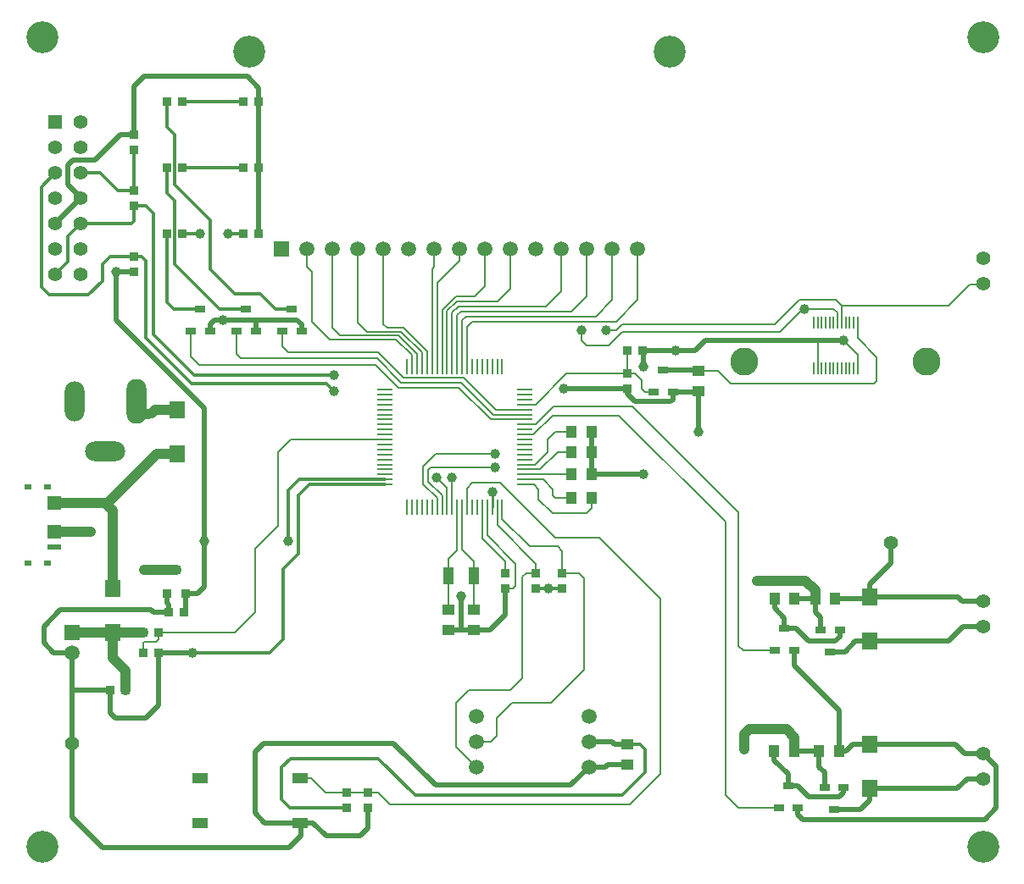
<source format=gtl>
%FSLAX25Y25*%
%MOIN*%
G70*
G01*
G75*
G04 Layer_Physical_Order=1*
G04 Layer_Color=255*
%ADD10R,0.05906X0.00984*%
%ADD11R,0.03500X0.03500*%
%ADD12R,0.03937X0.03150*%
%ADD13R,0.05118X0.03937*%
%ADD14R,0.05906X0.03937*%
%ADD15R,0.03937X0.07087*%
%ADD16R,0.03500X0.03500*%
%ADD17R,0.03937X0.05118*%
%ADD18R,0.05906X0.07087*%
%ADD19R,0.03543X0.03740*%
%ADD20R,0.03543X0.03740*%
%ADD21R,0.00984X0.05906*%
%ADD22R,0.00787X0.04724*%
%ADD23R,0.03150X0.02362*%
%ADD24R,0.05512X0.01969*%
%ADD25R,0.05512X0.05512*%
%ADD26C,0.01969*%
%ADD27C,0.01181*%
%ADD28C,0.03937*%
%ADD29C,0.00787*%
%ADD30C,0.01000*%
%ADD31C,0.05512*%
%ADD32R,0.05512X0.05512*%
%ADD33R,0.05906X0.05906*%
%ADD34C,0.05906*%
%ADD35C,0.05512*%
%ADD36C,0.11024*%
%ADD37C,0.12598*%
%ADD38R,0.05906X0.05906*%
%ADD39O,0.07874X0.15748*%
%ADD40C,0.05906*%
%ADD41O,0.15748X0.07874*%
%ADD42O,0.07874X0.17716*%
%ADD43C,0.03937*%
D10*
X142441Y-168339D02*
D03*
Y-184087D02*
D03*
Y-182118D02*
D03*
Y-170307D02*
D03*
Y-150622D02*
D03*
Y-180150D02*
D03*
Y-160465D02*
D03*
Y-176213D02*
D03*
Y-174244D02*
D03*
Y-178181D02*
D03*
Y-156528D02*
D03*
Y-154559D02*
D03*
Y-158496D02*
D03*
Y-172276D02*
D03*
Y-166370D02*
D03*
Y-164402D02*
D03*
Y-162433D02*
D03*
Y-152591D02*
D03*
Y-148654D02*
D03*
Y-146685D02*
D03*
X197559Y-146685D02*
D03*
Y-148654D02*
D03*
Y-150622D02*
D03*
Y-152591D02*
D03*
Y-154559D02*
D03*
Y-156528D02*
D03*
Y-158496D02*
D03*
Y-160465D02*
D03*
Y-162433D02*
D03*
Y-164402D02*
D03*
Y-166370D02*
D03*
Y-168339D02*
D03*
Y-170307D02*
D03*
Y-172276D02*
D03*
Y-174244D02*
D03*
Y-176213D02*
D03*
Y-178181D02*
D03*
Y-180150D02*
D03*
Y-182118D02*
D03*
Y-184087D02*
D03*
D11*
X57000Y-85386D02*
D03*
X63000D02*
D03*
X57000Y-59386D02*
D03*
X63000D02*
D03*
X57000Y-33386D02*
D03*
X63000D02*
D03*
X237819Y-131386D02*
D03*
X243819D02*
D03*
X47500Y-250386D02*
D03*
X53500D02*
D03*
X47500Y-242386D02*
D03*
X53500D02*
D03*
X57524Y-234386D02*
D03*
X63524D02*
D03*
X93000Y-33386D02*
D03*
X87000D02*
D03*
X93000Y-59386D02*
D03*
X87000D02*
D03*
X93000Y-85386D02*
D03*
X87000D02*
D03*
X34500Y-265000D02*
D03*
X40500D02*
D03*
D12*
X317685Y-249886D02*
D03*
X313945Y-241224D02*
D03*
X319185Y-311886D02*
D03*
X88000Y-115055D02*
D03*
X84260Y-123716D02*
D03*
X91740D02*
D03*
X70000Y-115055D02*
D03*
X66260Y-123716D02*
D03*
X299685Y-240831D02*
D03*
X303425Y-249492D02*
D03*
X301185Y-302831D02*
D03*
X304925Y-311492D02*
D03*
X255740Y-147716D02*
D03*
X248260D02*
D03*
X252000Y-139055D02*
D03*
X73740Y-123716D02*
D03*
X102260D02*
D03*
X106000Y-115055D02*
D03*
X109740Y-123716D02*
D03*
X322925Y-303224D02*
D03*
X315445D02*
D03*
X321425Y-241224D02*
D03*
X297445Y-311492D02*
D03*
X295945Y-249492D02*
D03*
D13*
X177528Y-241323D02*
D03*
Y-233449D02*
D03*
X167685Y-241323D02*
D03*
Y-233449D02*
D03*
X238000Y-286449D02*
D03*
Y-294323D02*
D03*
X266000Y-147323D02*
D03*
Y-139449D02*
D03*
D14*
X109185Y-317244D02*
D03*
Y-299528D02*
D03*
X69815Y-317244D02*
D03*
Y-299528D02*
D03*
D15*
X177528Y-219886D02*
D03*
X167685D02*
D03*
D16*
X127500Y-311386D02*
D03*
Y-305386D02*
D03*
X202000Y-224886D02*
D03*
X190000Y-218886D02*
D03*
Y-224886D02*
D03*
X212362D02*
D03*
X238000Y-146386D02*
D03*
Y-140386D02*
D03*
X212362Y-218886D02*
D03*
X202000D02*
D03*
X44000Y-94386D02*
D03*
Y-100386D02*
D03*
Y-68386D02*
D03*
Y-74386D02*
D03*
Y-46386D02*
D03*
Y-52386D02*
D03*
X136000Y-305386D02*
D03*
Y-311386D02*
D03*
D17*
X223937Y-189386D02*
D03*
X216063D02*
D03*
Y-180150D02*
D03*
X223937D02*
D03*
X216063Y-171386D02*
D03*
X223937D02*
D03*
X216063Y-163386D02*
D03*
X223937D02*
D03*
X295748Y-229161D02*
D03*
X303622D02*
D03*
X295673Y-289161D02*
D03*
X311748Y-229161D02*
D03*
X319622D02*
D03*
X321122Y-289161D02*
D03*
X313248D02*
D03*
X303547D02*
D03*
D18*
X35500Y-242449D02*
D03*
X61000Y-154724D02*
D03*
X333185Y-228500D02*
D03*
Y-245823D02*
D03*
Y-286500D02*
D03*
Y-303823D02*
D03*
X61000Y-172047D02*
D03*
X35500Y-225126D02*
D03*
D19*
X64240Y-227012D02*
D03*
D20*
X56760Y-227012D02*
D03*
X60500Y-217760D02*
D03*
D21*
X151299Y-192945D02*
D03*
X153268D02*
D03*
X155236D02*
D03*
X157205D02*
D03*
X159173D02*
D03*
X161142D02*
D03*
X163110D02*
D03*
X165079D02*
D03*
X167047D02*
D03*
X169016D02*
D03*
X170984D02*
D03*
X172953D02*
D03*
X174921D02*
D03*
X176890D02*
D03*
X178858D02*
D03*
X180827D02*
D03*
X182795D02*
D03*
X184764D02*
D03*
X151299Y-137827D02*
D03*
X153268D02*
D03*
X155236D02*
D03*
X157205D02*
D03*
X159173D02*
D03*
X161142D02*
D03*
X163110D02*
D03*
X165079D02*
D03*
X167047D02*
D03*
X169016D02*
D03*
X170984D02*
D03*
X172953D02*
D03*
X174921D02*
D03*
X176890D02*
D03*
X178858D02*
D03*
X180827D02*
D03*
X182795D02*
D03*
X184764D02*
D03*
X186732D02*
D03*
X188701D02*
D03*
X186732Y-192945D02*
D03*
X188701D02*
D03*
D22*
X311186Y-138341D02*
D03*
X312761D02*
D03*
X314336D02*
D03*
X315911D02*
D03*
X317485D02*
D03*
X320635D02*
D03*
X323785D02*
D03*
X325360D02*
D03*
X326934D02*
D03*
X328509D02*
D03*
X326934Y-120231D02*
D03*
X325360D02*
D03*
X323785D02*
D03*
X319060D02*
D03*
X317485D02*
D03*
X315911D02*
D03*
X314336D02*
D03*
X312761D02*
D03*
X311186D02*
D03*
X322210Y-138341D02*
D03*
X319060D02*
D03*
X328509Y-120231D02*
D03*
X322210D02*
D03*
X320635D02*
D03*
D23*
X2394Y-185039D02*
D03*
X9874D02*
D03*
X2394Y-214961D02*
D03*
X9874D02*
D03*
D24*
X12630Y-208661D02*
D03*
D25*
Y-202756D02*
D03*
Y-191339D02*
D03*
D26*
X133000Y-322500D02*
X136000Y-319500D01*
X266000Y-163500D02*
Y-147323D01*
X95000Y-286000D02*
X146000D01*
X91500Y-289500D02*
X95000Y-286000D01*
X91500Y-313500D02*
Y-289500D01*
Y-313500D02*
X95244Y-317244D01*
X306925Y-316000D02*
X378500D01*
X304925Y-314000D02*
X306925Y-316000D01*
X304925Y-314000D02*
Y-311492D01*
X326500Y-286500D02*
X367000D01*
X377953Y-290000D02*
X383000Y-295047D01*
Y-311500D02*
Y-295047D01*
X378500Y-316000D02*
X383000Y-311500D01*
X341500Y-215000D02*
Y-206886D01*
X333185Y-223315D02*
X341500Y-215000D01*
X333185Y-228500D02*
Y-223315D01*
X215701Y-302500D02*
X222807Y-295394D01*
X162500Y-302500D02*
X215701D01*
X146000Y-286000D02*
X162500Y-302500D01*
X323839Y-289161D02*
X326500Y-286500D01*
X321122Y-289161D02*
X323839D01*
X319622Y-229161D02*
X332161D01*
X327677Y-245823D02*
X364177D01*
X323614Y-249886D02*
X327677Y-245823D01*
X317685Y-249886D02*
X323614D01*
X370000Y-240000D02*
X377953D01*
X364177Y-245823D02*
X370000Y-240000D01*
X369500Y-230000D02*
X377953D01*
X368000Y-228500D02*
X369500Y-230000D01*
X333185Y-228500D02*
X368000D01*
X333185Y-303823D02*
X367677D01*
X371500Y-300000D02*
X377953D01*
X367677Y-303823D02*
X371500Y-300000D01*
X370500Y-290000D02*
X377953D01*
X367000Y-286500D02*
X370500Y-290000D01*
X232949Y-286449D02*
X238000D01*
X231894Y-285394D02*
X232949Y-286449D01*
X222807Y-285394D02*
X231894D01*
X230177Y-294323D02*
X238000D01*
X229106Y-295394D02*
X230177Y-294323D01*
X222807Y-295394D02*
X229106D01*
X64240Y-233669D02*
Y-227012D01*
X63524Y-234386D02*
X64240Y-233669D01*
X73740Y-123716D02*
Y-121146D01*
X75500Y-119386D01*
X108000D02*
X109740Y-121126D01*
Y-123716D02*
Y-121126D01*
X91740Y-123716D02*
Y-119626D01*
X13000Y-81436D02*
X23000Y-71436D01*
Y-70886D01*
X18000Y-65886D02*
X23000Y-70886D01*
X18000Y-65886D02*
Y-58386D01*
X20000Y-56386D01*
X28500D01*
X38500Y-46386D01*
X44000D01*
Y-27386D01*
X48000Y-23386D01*
X88500D01*
X93000Y-27886D01*
Y-85386D02*
Y-27886D01*
X184063Y-241323D02*
X190000Y-235386D01*
Y-224886D01*
X333185Y-308386D02*
Y-303823D01*
X319185Y-311886D02*
X329685D01*
X333185Y-308386D01*
X315445Y-303224D02*
Y-297421D01*
X313248Y-295224D02*
X315445Y-297421D01*
X313248Y-295224D02*
Y-289161D01*
X303547D02*
X313248D01*
X301185Y-302831D02*
Y-298161D01*
X322925Y-305421D02*
Y-303224D01*
X321185Y-307161D02*
X322925Y-305421D01*
X309185Y-307161D02*
X321185D01*
X304854Y-302831D02*
X309185Y-307161D01*
X301185Y-302831D02*
X304854D01*
X313945Y-241224D02*
Y-236421D01*
X311748Y-234224D02*
X313945Y-236421D01*
X311748Y-234224D02*
Y-229161D01*
X303622D02*
X311748D01*
X321425Y-243921D02*
Y-241224D01*
X319685Y-245661D02*
X321425Y-243921D01*
X309185Y-245661D02*
X319685D01*
X304354Y-240831D02*
X309185Y-245661D01*
X299685Y-240831D02*
X304354D01*
X299685D02*
Y-236661D01*
X295748Y-232724D02*
X299685Y-236661D01*
X295748Y-232724D02*
Y-229161D01*
X321122Y-289161D02*
Y-273098D01*
X303425Y-255402D02*
Y-249492D01*
Y-255402D02*
X321122Y-273098D01*
X37000Y-100386D02*
X44000D01*
X37000Y-119386D02*
X71500Y-153886D01*
X37000Y-119386D02*
Y-100386D01*
X57524Y-234386D02*
Y-231410D01*
X56760Y-230646D02*
X57524Y-231410D01*
X56760Y-230646D02*
Y-227012D01*
X8500Y-246386D02*
X12374Y-250260D01*
X8500Y-246386D02*
Y-239886D01*
X15000Y-233386D01*
X50500D01*
X51500Y-234386D01*
X57524D01*
X75500Y-119386D02*
X108000D01*
X252000Y-139055D02*
X265606D01*
X266000Y-139449D01*
X255740Y-147716D02*
X265606D01*
X266000Y-147323D01*
X238000Y-148386D02*
Y-146386D01*
Y-148386D02*
X241000Y-151386D01*
X255000D01*
X255740Y-150646D01*
Y-147716D01*
X213000Y-146386D02*
X238000D01*
X223937Y-180150D02*
X244264D01*
X223937D02*
Y-163386D01*
X172500Y-240823D02*
Y-227886D01*
X167685Y-241323D02*
X184063D01*
X244264Y-137650D02*
Y-131831D01*
X295673Y-292650D02*
Y-289161D01*
Y-292650D02*
X301185Y-298161D01*
X264500Y-131386D02*
X268500Y-127386D01*
X243819Y-131386D02*
X264500D01*
X268500Y-127386D02*
X323000D01*
X12374Y-250260D02*
X19500D01*
X68988Y-227012D02*
X71500Y-224500D01*
X64240Y-227012D02*
X68988D01*
X53500Y-250386D02*
X67000D01*
X71500Y-224500D02*
Y-153886D01*
X114244Y-317244D02*
X119500Y-322500D01*
X133000D01*
X19500Y-315000D02*
X31500Y-327000D01*
X105000D01*
X109500Y-322500D01*
Y-317559D01*
X36500Y-276000D02*
X48500D01*
X53500Y-271000D01*
Y-250386D01*
X34500Y-274000D02*
X36500Y-276000D01*
X19500Y-265000D02*
X33563D01*
X34500Y-274000D02*
Y-265000D01*
X19500Y-315000D02*
Y-250260D01*
X136000Y-319500D02*
Y-311386D01*
X95244Y-317244D02*
X114244D01*
D27*
X202000Y-224886D02*
X212362D01*
X238000Y-286449D02*
X242949D01*
X245000Y-288500D01*
Y-297500D02*
Y-288500D01*
X236000Y-306500D02*
X245000Y-297500D01*
X154500Y-306500D02*
X236000D01*
X140000Y-292000D02*
X154500Y-306500D01*
X105500Y-292000D02*
X140000D01*
X102000Y-295500D02*
X105500Y-292000D01*
X102000Y-308000D02*
Y-295500D01*
Y-308000D02*
X105386Y-311386D01*
X127500D01*
X104500Y-206500D02*
Y-186500D01*
X108882Y-182118D01*
X142441D01*
X102614Y-217386D02*
X108500Y-211500D01*
Y-188500D01*
X112913Y-184087D01*
X142441D01*
X57000Y-112386D02*
X59669Y-115055D01*
X57000Y-112386D02*
Y-85386D01*
Y-69500D02*
Y-59386D01*
Y-69500D02*
X60000Y-72500D01*
Y-97386D02*
Y-72500D01*
X57000Y-43386D02*
X60000Y-46386D01*
X57000Y-43386D02*
Y-33386D01*
X59669Y-115055D02*
X70000D01*
X77669D02*
X88000D01*
X60000Y-97386D02*
X77669Y-115055D01*
X44000Y-68386D02*
Y-52386D01*
X99669Y-115055D02*
X106000D01*
X93500Y-108886D02*
X99669Y-115055D01*
X60000Y-65886D02*
Y-46386D01*
X63937Y-59386D02*
X87000D01*
X83500Y-108886D02*
X93500D01*
X74000Y-99386D02*
Y-79886D01*
Y-99386D02*
X83500Y-108886D01*
X60000Y-65886D02*
X74000Y-79886D01*
X63937Y-85386D02*
X70000D01*
X81000D02*
X87000D01*
X23000Y-61436D02*
X30550D01*
X37500Y-68386D01*
X44000D01*
X13000Y-101436D02*
Y-101386D01*
X18000Y-96386D01*
Y-86436D01*
X23000Y-81436D01*
X42950D01*
X44000Y-80386D01*
Y-74386D01*
X63937Y-33386D02*
X87000D01*
X44000Y-74386D02*
X48500D01*
X51500Y-77386D01*
Y-124886D02*
Y-77386D01*
Y-124886D02*
X67500Y-140886D01*
X122500D01*
X47000Y-94386D02*
X48500Y-95886D01*
Y-126386D02*
Y-95886D01*
Y-126386D02*
X66500Y-144386D01*
X119500D02*
X122500Y-147386D01*
X66500Y-144386D02*
X119500D01*
X12950Y-61436D02*
X13000D01*
X7500Y-66886D02*
X12950Y-61436D01*
X7500Y-106386D02*
Y-66886D01*
Y-106386D02*
X10500Y-109386D01*
X26000D01*
X31500Y-103886D01*
Y-97386D02*
X34500Y-94386D01*
X31500Y-103886D02*
Y-97386D01*
X34500Y-94386D02*
X47000D01*
X97114Y-250386D02*
X102614Y-244886D01*
Y-217386D01*
X67000Y-250386D02*
X97114D01*
D28*
X311748Y-229161D02*
Y-225748D01*
X308000Y-222000D02*
X311748Y-225748D01*
X289000Y-222000D02*
X308000D01*
X303547Y-289161D02*
Y-283547D01*
X300500Y-280500D02*
X303547Y-283547D01*
X286000Y-280500D02*
X300500D01*
X284000Y-282500D02*
X286000Y-280500D01*
X284000Y-288500D02*
Y-282500D01*
X35437Y-242386D02*
X35500Y-242449D01*
Y-252500D02*
Y-242449D01*
X45000Y-156307D02*
Y-151976D01*
Y-156307D02*
X49528D01*
X52161Y-154724D02*
X61000D01*
X51000Y-155886D02*
X52161Y-154724D01*
X19500Y-242386D02*
X47500D01*
X12630Y-191339D02*
X33661D01*
X35500Y-225126D02*
Y-215886D01*
Y-215000D02*
Y-194339D01*
X33661Y-191339D02*
X52953Y-172047D01*
X32500Y-191339D02*
X35500Y-194339D01*
X52953Y-172047D02*
X61000D01*
X48000Y-217760D02*
X60500D01*
X12630Y-202756D02*
X27000D01*
X27000Y-202756D01*
X35500Y-252500D02*
X40500Y-257500D01*
Y-265000D02*
Y-257500D01*
D29*
X105630Y-166370D02*
X142441D01*
X91614Y-209386D02*
X100500Y-200500D01*
Y-171500D01*
X105630Y-166370D01*
X119386Y-305386D02*
X139886D01*
X144500Y-310000D01*
X239000D01*
X251000Y-298000D01*
Y-229000D01*
X227000Y-205000D02*
X251000Y-229000D01*
X209500Y-205000D02*
X227000D01*
X188000Y-183500D02*
X209500Y-205000D01*
X177000Y-183500D02*
X188000D01*
X174921Y-185579D02*
X177000Y-183500D01*
X174921Y-192945D02*
Y-185579D01*
X113528Y-299528D02*
X119386Y-305386D01*
X109185Y-299528D02*
X113528D01*
X178516Y-285394D02*
X184106D01*
X186500Y-283000D01*
Y-276000D01*
X192500Y-270000D01*
X208000D01*
X221000Y-257000D01*
Y-221000D01*
X218886Y-218886D02*
X221000Y-221000D01*
X212362Y-218886D02*
X218886D01*
X170500Y-287378D02*
X178516Y-295394D01*
X170500Y-287378D02*
Y-270000D01*
X175500Y-265000D01*
X192000D01*
X196500Y-260500D01*
Y-220500D01*
X198114Y-218886D01*
X202000D01*
X281549Y-247549D02*
Y-195049D01*
X209000Y-153386D02*
X239886D01*
X281549Y-195049D01*
X283492Y-249492D02*
X295945D01*
X281549Y-247549D02*
X283492Y-249492D01*
X281492Y-311492D02*
X297445D01*
X234500Y-156886D02*
X276472Y-198858D01*
Y-306472D02*
Y-198858D01*
Y-306472D02*
X281492Y-311492D01*
X307000Y-114886D02*
X319000D01*
X364290Y-113596D02*
X372500Y-105386D01*
X322210Y-113596D02*
X364290D01*
X377614Y-105386D02*
X378000Y-105000D01*
X372500Y-105386D02*
X377614D01*
X197559Y-180150D02*
X216063D01*
X216063Y-180150D01*
X197559Y-178181D02*
X203705D01*
X210500Y-171386D01*
X216063D01*
X197559Y-176213D02*
X201673D01*
X206500Y-171386D01*
Y-166386D01*
X209500Y-163386D01*
X216063D01*
X197559Y-182118D02*
X204732D01*
X208500Y-185886D01*
Y-188386D02*
Y-185886D01*
Y-188386D02*
X209500Y-189386D01*
X216063D01*
X197559Y-184087D02*
X201201D01*
X203000Y-185886D01*
Y-189886D02*
Y-185886D01*
Y-189886D02*
X208500Y-195386D01*
X222000D01*
X223937Y-193449D01*
Y-189386D01*
X186173Y-154559D02*
X197559D01*
X173500Y-141886D02*
X186173Y-154559D01*
X150000Y-141886D02*
X173500D01*
X140000Y-131886D02*
X150000Y-141886D01*
X104500Y-131886D02*
X140000D01*
X102260Y-129646D02*
X104500Y-131886D01*
X102260Y-129646D02*
Y-123716D01*
X185142Y-156528D02*
X197559D01*
X172500Y-143886D02*
X185142Y-156528D01*
X149000Y-143886D02*
X172500D01*
X139500Y-134386D02*
X149000Y-143886D01*
X86000Y-134386D02*
X139500D01*
X84260Y-132646D02*
X86000Y-134386D01*
X84260Y-132646D02*
Y-123716D01*
X184110Y-158496D02*
X197559D01*
X171500Y-145886D02*
X184110Y-158496D01*
X148000Y-145886D02*
X171500D01*
X139000Y-136886D02*
X148000Y-145886D01*
X69500Y-136886D02*
X139000D01*
X66260Y-133646D02*
X69500Y-136886D01*
X66260Y-133646D02*
Y-123716D01*
X153268Y-137827D02*
Y-133153D01*
X147000Y-126886D02*
X153268Y-133153D01*
X121000Y-126886D02*
X147000D01*
X114000Y-119886D02*
X121000Y-126886D01*
X114000Y-119886D02*
Y-100386D01*
X112000Y-98386D02*
X114000Y-100386D01*
X112000Y-98386D02*
Y-91386D01*
X155236Y-137827D02*
Y-132622D01*
X148000Y-125386D02*
X155236Y-132622D01*
X125000Y-125386D02*
X148000D01*
X122000Y-122386D02*
X125000Y-125386D01*
X122000Y-122386D02*
Y-91386D01*
X157205Y-137827D02*
Y-132090D01*
X149000Y-123886D02*
X157205Y-132090D01*
X135500Y-123886D02*
X149000D01*
X132000Y-120386D02*
X135500Y-123886D01*
X132000Y-120386D02*
Y-91386D01*
X159173Y-137827D02*
Y-131559D01*
X150000Y-122386D02*
X159173Y-131559D01*
X143500Y-122386D02*
X150000D01*
X142000Y-120886D02*
X143500Y-122386D01*
X142000Y-120886D02*
Y-91386D01*
X161142Y-137827D02*
Y-99244D01*
X162000Y-98386D01*
Y-91386D01*
X163110Y-137827D02*
Y-104776D01*
X172000Y-95886D01*
Y-91386D01*
X165079Y-137827D02*
Y-115307D01*
X170500Y-109886D01*
X178000D01*
X182000Y-105886D01*
Y-91386D01*
X167047Y-115839D02*
X171000Y-111886D01*
X187000D01*
X192000Y-106886D01*
Y-91386D01*
X167047Y-137827D02*
Y-115839D01*
X169016Y-137827D02*
Y-116370D01*
X171500Y-113886D01*
X206000D01*
X212000Y-107886D01*
Y-91386D01*
X170984Y-137827D02*
Y-117402D01*
X172500Y-115886D01*
X216000D01*
X222000Y-109886D01*
Y-91386D01*
X172953Y-137827D02*
Y-119433D01*
X174500Y-117886D01*
X225500D01*
X232000Y-111386D01*
Y-91386D01*
X174921Y-137827D02*
Y-121965D01*
X177000Y-119886D01*
X233500D01*
X242000Y-111386D01*
Y-91386D01*
X170984Y-209902D02*
Y-192945D01*
X167685Y-213201D02*
X170984Y-209902D01*
X172953Y-209839D02*
Y-192945D01*
Y-209839D02*
X177528Y-214413D01*
X167685Y-233449D02*
Y-213201D01*
X177528Y-233449D02*
Y-214413D01*
X180827Y-205213D02*
Y-192945D01*
Y-205213D02*
X190000Y-214386D01*
Y-218886D02*
Y-214386D01*
X182795Y-204181D02*
Y-192945D01*
Y-204181D02*
X194000Y-215386D01*
Y-223886D02*
Y-215386D01*
X193000Y-224886D02*
X194000Y-223886D01*
X190000Y-224886D02*
X193000D01*
X186732Y-200118D02*
Y-192945D01*
Y-200118D02*
X202000Y-215386D01*
Y-218886D02*
Y-215386D01*
X188701Y-197587D02*
Y-192945D01*
Y-197587D02*
X199500Y-208386D01*
X210500D01*
X212362Y-210248D01*
Y-218886D02*
Y-210248D01*
X53500Y-244886D02*
Y-242386D01*
X52500Y-245886D02*
X53500Y-244886D01*
X47500Y-246386D02*
X48000Y-245886D01*
X47500Y-250386D02*
Y-246386D01*
X169016Y-192945D02*
Y-181402D01*
X163000Y-181386D02*
X167047Y-185433D01*
Y-192945D02*
Y-185433D01*
X197559Y-152591D02*
X201795D01*
X214000Y-140386D01*
X238000D02*
Y-131567D01*
X241000Y-140386D02*
X243500Y-142886D01*
Y-146386D02*
Y-142886D01*
Y-146386D02*
X244831Y-147716D01*
X248260D01*
X214000Y-140386D02*
X241000D01*
X197559Y-160465D02*
X201921D01*
X209000Y-153386D01*
X197559Y-164402D02*
X200984D01*
X208500Y-156886D01*
X234500D01*
X165079Y-192945D02*
Y-188465D01*
X159500Y-182886D02*
X165079Y-188465D01*
X163110Y-192945D02*
Y-189496D01*
X157500Y-183886D02*
X163110Y-189496D01*
X157500Y-183886D02*
Y-176886D01*
X162500Y-171886D02*
X186000D01*
X157500Y-176886D02*
X162500Y-171886D01*
X159500Y-178386D02*
X160500Y-177386D01*
X186000D01*
X159500Y-182886D02*
Y-178386D01*
X220000Y-127386D02*
Y-123386D01*
Y-127386D02*
X222000Y-129386D01*
X230500D01*
X236000Y-123886D01*
X298000D01*
X307000Y-114886D01*
X319000D02*
X320635Y-116521D01*
Y-120231D02*
Y-116521D01*
X229500Y-123386D02*
X233500D01*
X236000Y-120886D01*
X296000D01*
X305500Y-111386D01*
X320000D01*
X322210Y-113596D01*
Y-120231D02*
Y-113596D01*
X266000Y-139449D02*
X273563D01*
X278500Y-144386D01*
X335000D01*
X336000Y-143386D01*
Y-133886D01*
X328509Y-126395D02*
X336000Y-133886D01*
X328509Y-126395D02*
Y-120231D01*
X323000Y-127386D02*
X328509Y-132895D01*
Y-138341D02*
Y-132895D01*
X312761Y-138341D02*
Y-127625D01*
X313000Y-127386D01*
X48000Y-245886D02*
X52500D01*
X53500Y-242386D02*
X83614D01*
X91614Y-234386D01*
Y-209386D01*
D30*
X184764Y-192945D02*
Y-186870D01*
D31*
X13000Y-101436D02*
D03*
Y-91436D02*
D03*
X23000Y-51436D02*
D03*
X13000D02*
D03*
X23000Y-71436D02*
D03*
Y-41436D02*
D03*
X13000Y-71436D02*
D03*
Y-81436D02*
D03*
X23000D02*
D03*
Y-61436D02*
D03*
X13000D02*
D03*
X23000Y-91436D02*
D03*
Y-101436D02*
D03*
D32*
X13000Y-41336D02*
D03*
D33*
X19500Y-242386D02*
D03*
D34*
Y-250260D02*
D03*
X202000Y-91386D02*
D03*
X152000D02*
D03*
X112000D02*
D03*
X122000D02*
D03*
X132000D02*
D03*
X142000D02*
D03*
X162000D02*
D03*
X172000D02*
D03*
X182000D02*
D03*
X192000D02*
D03*
X212000D02*
D03*
X222000D02*
D03*
X232000D02*
D03*
X242000D02*
D03*
X222807Y-295394D02*
D03*
X178516Y-275394D02*
D03*
X222807Y-285394D02*
D03*
Y-275394D02*
D03*
X178516Y-285394D02*
D03*
Y-295394D02*
D03*
D35*
X377953Y-240000D02*
D03*
Y-230000D02*
D03*
Y-300000D02*
D03*
Y-290000D02*
D03*
Y-105000D02*
D03*
Y-95000D02*
D03*
X19500Y-286000D02*
D03*
X341500Y-206886D02*
D03*
D36*
X283824Y-135782D02*
D03*
X355576D02*
D03*
D37*
X254689Y-13697D02*
D03*
X89311D02*
D03*
X7874Y-326772D02*
D03*
X377953D02*
D03*
Y-7874D02*
D03*
X7874D02*
D03*
D38*
X102000Y-91386D02*
D03*
D39*
X20591Y-151386D02*
D03*
D40*
Y-147449D02*
D03*
Y-155323D02*
D03*
X28465Y-171071D02*
D03*
X36339D02*
D03*
X45000Y-146465D02*
D03*
Y-156307D02*
D03*
D41*
X32402Y-171071D02*
D03*
D42*
X45000Y-151386D02*
D03*
D43*
X266000Y-163500D02*
D03*
X289000Y-222000D02*
D03*
X104500Y-206500D02*
D03*
X284000Y-288500D02*
D03*
X207000Y-224886D02*
D03*
X307500Y-114886D02*
D03*
X70000Y-85386D02*
D03*
X81000D02*
D03*
X122500Y-140886D02*
D03*
Y-147386D02*
D03*
X169000Y-181386D02*
D03*
X163000D02*
D03*
X37000Y-100386D02*
D03*
X79000Y-119386D02*
D03*
X71500Y-206500D02*
D03*
X186000Y-171886D02*
D03*
Y-177386D02*
D03*
X220000Y-123386D02*
D03*
X229500D02*
D03*
X257000Y-131386D02*
D03*
X184764Y-186870D02*
D03*
X213000Y-146386D02*
D03*
X244264Y-180150D02*
D03*
X172500Y-227886D02*
D03*
X244264Y-137650D02*
D03*
X323000Y-127386D02*
D03*
X27000Y-202756D02*
D03*
X48000Y-217760D02*
D03*
X67000Y-250386D02*
D03*
M02*

</source>
